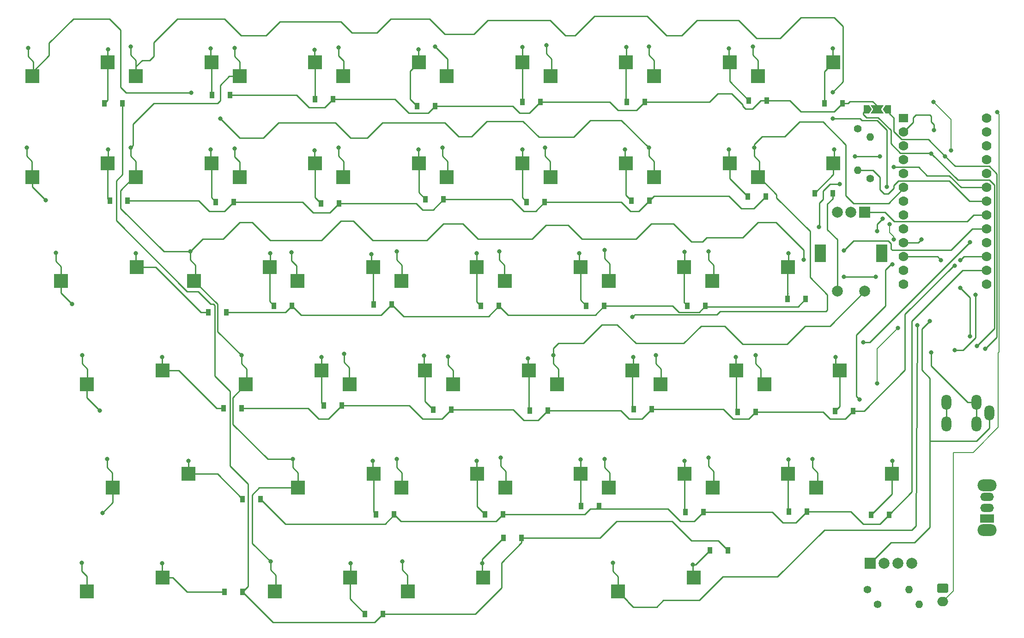
<source format=gbr>
%TF.GenerationSoftware,KiCad,Pcbnew,8.0.4*%
%TF.CreationDate,2024-11-21T13:37:04-07:00*%
%TF.ProjectId,simple_split_MX,73696d70-6c65-45f7-9370-6c69745f4d58,v1.0.0*%
%TF.SameCoordinates,Original*%
%TF.FileFunction,Copper,L2,Bot*%
%TF.FilePolarity,Positive*%
%FSLAX46Y46*%
G04 Gerber Fmt 4.6, Leading zero omitted, Abs format (unit mm)*
G04 Created by KiCad (PCBNEW 8.0.4) date 2024-11-21 13:37:04*
%MOMM*%
%LPD*%
G01*
G04 APERTURE LIST*
G04 Aperture macros list*
%AMRoundRect*
0 Rectangle with rounded corners*
0 $1 Rounding radius*
0 $2 $3 $4 $5 $6 $7 $8 $9 X,Y pos of 4 corners*
0 Add a 4 corners polygon primitive as box body*
4,1,4,$2,$3,$4,$5,$6,$7,$8,$9,$2,$3,0*
0 Add four circle primitives for the rounded corners*
1,1,$1+$1,$2,$3*
1,1,$1+$1,$4,$5*
1,1,$1+$1,$6,$7*
1,1,$1+$1,$8,$9*
0 Add four rect primitives between the rounded corners*
20,1,$1+$1,$2,$3,$4,$5,0*
20,1,$1+$1,$4,$5,$6,$7,0*
20,1,$1+$1,$6,$7,$8,$9,0*
20,1,$1+$1,$8,$9,$2,$3,0*%
%AMFreePoly0*
4,1,7,0.700000,0.000000,1.200000,-0.750000,-1.200000,-0.750000,-0.700000,0.000000,-1.200000,0.750000,1.200000,0.750000,0.700000,0.000000,0.700000,0.000000,$1*%
%AMFreePoly1*
4,1,6,1.000000,0.000000,0.500000,-0.750000,-0.500000,-0.750000,-0.500000,0.750000,0.500000,0.750000,1.000000,0.000000,1.000000,0.000000,$1*%
G04 Aperture macros list end*
%TA.AperFunction,ComponentPad*%
%ADD10C,1.400000*%
%TD*%
%TA.AperFunction,ComponentPad*%
%ADD11O,1.400000X1.400000*%
%TD*%
%TA.AperFunction,SMDPad,CuDef*%
%ADD12R,2.550000X2.500000*%
%TD*%
%TA.AperFunction,ComponentPad*%
%ADD13C,0.800000*%
%TD*%
%TA.AperFunction,SMDPad,CuDef*%
%ADD14R,0.900000X1.200000*%
%TD*%
%TA.AperFunction,ComponentPad*%
%ADD15RoundRect,0.250000X-0.750000X0.600000X-0.750000X-0.600000X0.750000X-0.600000X0.750000X0.600000X0*%
%TD*%
%TA.AperFunction,ComponentPad*%
%ADD16O,2.000000X1.700000*%
%TD*%
%TA.AperFunction,ComponentPad*%
%ADD17R,2.000000X2.000000*%
%TD*%
%TA.AperFunction,ComponentPad*%
%ADD18C,2.000000*%
%TD*%
%TA.AperFunction,ComponentPad*%
%ADD19R,1.778000X1.524000*%
%TD*%
%TA.AperFunction,ComponentPad*%
%ADD20C,1.778000*%
%TD*%
%TA.AperFunction,ComponentPad*%
%ADD21O,3.500000X2.200000*%
%TD*%
%TA.AperFunction,ComponentPad*%
%ADD22R,2.500000X1.500000*%
%TD*%
%TA.AperFunction,ComponentPad*%
%ADD23O,2.500000X1.500000*%
%TD*%
%TA.AperFunction,ComponentPad*%
%ADD24O,1.800000X2.800000*%
%TD*%
%TA.AperFunction,ComponentPad*%
%ADD25R,2.000000X3.200000*%
%TD*%
%TA.AperFunction,SMDPad,CuDef*%
%ADD26FreePoly0,180.000000*%
%TD*%
%TA.AperFunction,SMDPad,CuDef*%
%ADD27FreePoly1,180.000000*%
%TD*%
%TA.AperFunction,SMDPad,CuDef*%
%ADD28FreePoly1,0.000000*%
%TD*%
%TA.AperFunction,ViaPad*%
%ADD29C,0.800000*%
%TD*%
%TA.AperFunction,Conductor*%
%ADD30C,0.250000*%
%TD*%
%TA.AperFunction,Conductor*%
%ADD31C,0.200000*%
%TD*%
G04 APERTURE END LIST*
D10*
%TO.P,R5,1*%
%TO.N,/VCC*%
X268605000Y-192786000D03*
D11*
%TO.P,R5,2*%
%TO.N,/SDA*%
X276225000Y-192786000D03*
%TD*%
D10*
%TO.P,R4,1*%
%TO.N,/VCC*%
X266700000Y-190119000D03*
D11*
%TO.P,R4,2*%
%TO.N,/SCL*%
X274320000Y-190119000D03*
%TD*%
D12*
%TO.P,S33,1,A*%
%TO.N,/F*%
X246617500Y-114432000D03*
%TO.P,S33,2,B*%
%TO.N,Net-(D33-A)*%
X260467500Y-111892000D03*
%TD*%
D10*
%TO.P,R3,1*%
%TO.N,/Rotary_A*%
X267260000Y-114644000D03*
D11*
%TO.P,R3,2*%
%TO.N,/VCC*%
X267260000Y-107024000D03*
%TD*%
D13*
%TO.P,D26,1,K*%
%TO.N,/4*%
X236652000Y-175858000D03*
D14*
X236652000Y-175858000D03*
D13*
%TO.P,D26,2,A*%
%TO.N,Net-(D26-A)*%
X233352000Y-175858000D03*
D14*
X233352000Y-175858000D03*
%TD*%
D13*
%TO.P,D24,1,K*%
%TO.N,/4*%
X199896000Y-176276000D03*
D14*
X199896000Y-176276000D03*
D13*
%TO.P,D24,2,A*%
%TO.N,Net-(D24-A)*%
X196596000Y-176276000D03*
D14*
X196596000Y-176276000D03*
%TD*%
D12*
%TO.P,S31,1,A*%
%TO.N,/C*%
X182435500Y-190432000D03*
%TO.P,S31,2,B*%
%TO.N,Net-(D31-A)*%
X196285500Y-187892000D03*
%TD*%
%TO.P,S8,1,A*%
%TO.N,/A*%
X118880000Y-133432000D03*
%TO.P,S8,2,B*%
%TO.N,Net-(D8-A)*%
X132730000Y-130892000D03*
%TD*%
D13*
%TO.P,D6,1,K*%
%TO.N,/1*%
X226746000Y-118708000D03*
D14*
X226746000Y-118708000D03*
D13*
%TO.P,D6,2,A*%
%TO.N,Net-(D6-A)*%
X223446000Y-118708000D03*
D14*
X223446000Y-118708000D03*
%TD*%
D13*
%TO.P,D33,1,K*%
%TO.N,/5*%
X260349000Y-117348000D03*
D14*
X260349000Y-117348000D03*
D13*
%TO.P,D33,2,A*%
%TO.N,Net-(D33-A)*%
X257049000Y-117348000D03*
D14*
X257049000Y-117348000D03*
%TD*%
D13*
%TO.P,D9,1,K*%
%TO.N,/2*%
X161214000Y-138012000D03*
D14*
X161214000Y-138012000D03*
D13*
%TO.P,D9,2,A*%
%TO.N,Net-(D9-A)*%
X157914000Y-138012000D03*
D14*
X157914000Y-138012000D03*
%TD*%
D13*
%TO.P,D16,1,K*%
%TO.N,/3*%
X170358000Y-156300000D03*
D14*
X170358000Y-156300000D03*
D13*
%TO.P,D16,2,A*%
%TO.N,Net-(D16-A)*%
X167058000Y-156300000D03*
D14*
X167058000Y-156300000D03*
%TD*%
D13*
%TO.P,D10,1,K*%
%TO.N,/2*%
X179502000Y-137758000D03*
D14*
X179502000Y-137758000D03*
D13*
%TO.P,D10,2,A*%
%TO.N,Net-(D10-A)*%
X176202000Y-137758000D03*
D14*
X176202000Y-137758000D03*
%TD*%
D12*
%TO.P,S20,1,A*%
%TO.N,/F*%
X228789000Y-152432000D03*
%TO.P,S20,2,B*%
%TO.N,Net-(D20-A)*%
X242639000Y-149892000D03*
%TD*%
%TO.P,S11,1,A*%
%TO.N,/D*%
X181264000Y-133432000D03*
%TO.P,S11,2,B*%
%TO.N,Net-(D11-A)*%
X195114000Y-130892000D03*
%TD*%
D15*
%TO.P,J2,1,Pin_1*%
%TO.N,Net-(J2-Pin_1)*%
X280475500Y-189848000D03*
D16*
%TO.P,J2,2,Pin_2*%
%TO.N,/Bat-*%
X280475500Y-192348000D03*
%TD*%
D13*
%TO.P,D23,1,K*%
%TO.N,/4*%
X179958000Y-176276000D03*
D14*
X179958000Y-176276000D03*
D13*
%TO.P,D23,2,A*%
%TO.N,Net-(D23-A)*%
X176658000Y-176276000D03*
D14*
X176658000Y-176276000D03*
%TD*%
D13*
%TO.P,D7,1,K*%
%TO.N,/1*%
X248082000Y-117946000D03*
D14*
X248082000Y-117946000D03*
D13*
%TO.P,D7,2,A*%
%TO.N,Net-(D7-A)*%
X244782000Y-117946000D03*
D14*
X244782000Y-117946000D03*
%TD*%
D12*
%TO.P,S6,1,A*%
%TO.N,/F*%
X208617500Y-114432000D03*
%TO.P,S6,2,B*%
%TO.N,Net-(D6-A)*%
X222467500Y-111892000D03*
%TD*%
%TO.P,F3,1,A*%
%TO.N,/C*%
X170617500Y-95880000D03*
%TO.P,F3,2,B*%
%TO.N,Net-(D37-A)*%
X184467500Y-93340000D03*
%TD*%
D17*
%TO.P,U2,1,GND*%
%TO.N,/Bat-*%
X267260000Y-185256000D03*
D18*
%TO.P,U2,2,VCC*%
%TO.N,/VCC*%
X269800000Y-185256000D03*
%TO.P,U2,3,SCL*%
%TO.N,/SCL*%
X272340000Y-185256000D03*
%TO.P,U2,4,SDA*%
%TO.N,/SDA*%
X274880000Y-185256000D03*
%TD*%
D12*
%TO.P,F1,1,A*%
%TO.N,/A*%
X132617500Y-95880000D03*
%TO.P,F1,2,B*%
%TO.N,Net-(D34-A)*%
X146467500Y-93340000D03*
%TD*%
%TO.P,S35,1,A*%
%TO.N,/G*%
X113617500Y-95880000D03*
%TO.P,S35,2,B*%
%TO.N,Net-(D35-A)*%
X127467500Y-93340000D03*
%TD*%
%TO.P,S4,1,A*%
%TO.N,/D*%
X170617500Y-114432000D03*
%TO.P,S4,2,B*%
%TO.N,Net-(D4-A)*%
X184467500Y-111892000D03*
%TD*%
%TO.P,S3,1,A*%
%TO.N,/C*%
X151617500Y-114432000D03*
%TO.P,S3,2,B*%
%TO.N,Net-(D3-A)*%
X165467500Y-111892000D03*
%TD*%
%TO.P,Extra_Function_Key1,1,A*%
%TO.N,/G*%
X246617500Y-95880000D03*
%TO.P,Extra_Function_Key1,2,B*%
%TO.N,Net-(D41-A)*%
X260467500Y-93340000D03*
%TD*%
D13*
%TO.P,D37,1,K*%
%TO.N,/6*%
X187452000Y-101346000D03*
D14*
X187452000Y-101346000D03*
D13*
%TO.P,D37,2,A*%
%TO.N,Net-(D37-A)*%
X184152000Y-101346000D03*
D14*
X184152000Y-101346000D03*
%TD*%
D13*
%TO.P,D15,1,K*%
%TO.N,/3*%
X152000000Y-156808000D03*
D14*
X152000000Y-156808000D03*
D13*
%TO.P,D15,2,A*%
%TO.N,Net-(D15-A)*%
X148700000Y-156808000D03*
D14*
X148700000Y-156808000D03*
%TD*%
D13*
%TO.P,D39,1,K*%
%TO.N,/6*%
X225932000Y-100584000D03*
D14*
X225932000Y-100584000D03*
D13*
%TO.P,D39,2,A*%
%TO.N,Net-(D39-A)*%
X222632000Y-100584000D03*
D14*
X222632000Y-100584000D03*
%TD*%
D12*
%TO.P,F6,1,A*%
%TO.N,/F*%
X227617500Y-95880000D03*
%TO.P,F6,2,B*%
%TO.N,Net-(D40-A)*%
X241467500Y-93340000D03*
%TD*%
%TO.P,S5,1,A*%
%TO.N,/E*%
X189617500Y-114432000D03*
%TO.P,S5,2,B*%
%TO.N,Net-(D5-A)*%
X203467500Y-111892000D03*
%TD*%
D13*
%TO.P,D36,1,K*%
%TO.N,/6*%
X168782000Y-100076000D03*
D14*
X168782000Y-100076000D03*
D13*
%TO.P,D36,2,A*%
%TO.N,Net-(D36-A)*%
X165482000Y-100076000D03*
D14*
X165482000Y-100076000D03*
%TD*%
D13*
%TO.P,D4,1,K*%
%TO.N,/1*%
X189026000Y-118454000D03*
D14*
X189026000Y-118454000D03*
D13*
%TO.P,D4,2,A*%
%TO.N,Net-(D4-A)*%
X185726000Y-118454000D03*
D14*
X185726000Y-118454000D03*
%TD*%
D13*
%TO.P,D5,1,K*%
%TO.N,/1*%
X207568000Y-118962000D03*
D14*
X207568000Y-118962000D03*
D13*
%TO.P,D5,2,A*%
%TO.N,Net-(D5-A)*%
X204268000Y-118962000D03*
D14*
X204268000Y-118962000D03*
%TD*%
D12*
%TO.P,S25,1,A*%
%TO.N,/D*%
X200314000Y-171432000D03*
%TO.P,S25,2,B*%
%TO.N,Net-(D25-A)*%
X214164000Y-168892000D03*
%TD*%
%TO.P,S7,1,A*%
%TO.N,/G*%
X227617500Y-114432000D03*
%TO.P,S7,2,B*%
%TO.N,Net-(D7-A)*%
X241467500Y-111892000D03*
%TD*%
%TO.P,S1,1,A*%
%TO.N,/A*%
X113617500Y-114432000D03*
%TO.P,S1,2,B*%
%TO.N,Net-(D1-A)*%
X127467500Y-111892000D03*
%TD*%
D13*
%TO.P,D30,1,K*%
%TO.N,/5*%
X177926000Y-194564000D03*
D14*
X177926000Y-194564000D03*
D13*
%TO.P,D30,2,A*%
%TO.N,Net-(D30-A)*%
X174626000Y-194564000D03*
D14*
X174626000Y-194564000D03*
%TD*%
D13*
%TO.P,D38,1,K*%
%TO.N,/6*%
X206756000Y-100584000D03*
D14*
X206756000Y-100584000D03*
D13*
%TO.P,D38,2,A*%
%TO.N,Net-(D38-A)*%
X203456000Y-100584000D03*
D14*
X203456000Y-100584000D03*
%TD*%
D12*
%TO.P,F2,1,A*%
%TO.N,/B*%
X151617500Y-95880000D03*
%TO.P,F2,2,B*%
%TO.N,Net-(D36-A)*%
X165467500Y-93340000D03*
%TD*%
D13*
%TO.P,D28,1,K*%
%TO.N,/4*%
X270688000Y-176366000D03*
D14*
X270688000Y-176366000D03*
D13*
%TO.P,D28,2,A*%
%TO.N,Net-(D28-A)*%
X267388000Y-176366000D03*
D14*
X267388000Y-176366000D03*
%TD*%
D12*
%TO.P,S12,1,A*%
%TO.N,/E*%
X200264000Y-133432000D03*
%TO.P,S12,2,B*%
%TO.N,Net-(D12-A)*%
X214114000Y-130892000D03*
%TD*%
%TO.P,S24,1,A*%
%TO.N,/C*%
X181314000Y-171432000D03*
%TO.P,S24,2,B*%
%TO.N,Net-(D24-A)*%
X195164000Y-168892000D03*
%TD*%
D13*
%TO.P,D12,1,K*%
%TO.N,/2*%
X218490000Y-138012000D03*
D14*
X218490000Y-138012000D03*
D13*
%TO.P,D12,2,A*%
%TO.N,Net-(D12-A)*%
X215190000Y-138012000D03*
D14*
X215190000Y-138012000D03*
%TD*%
D19*
%TO.P,U1,0,Bat-*%
%TO.N,Net-(GND2-COM)*%
X273356000Y-103595000D03*
D20*
%TO.P,U1,1,Txd*%
%TO.N,Net-(TXD2-COM)*%
X273356000Y-106135000D03*
%TO.P,U1,2,RXI*%
%TO.N,Net-(RXI2-COM)*%
X273356000Y-108675000D03*
%TO.P,U1,3,GND*%
%TO.N,unconnected-(U1-GND-Pad3)*%
X273356000Y-111215000D03*
%TO.P,U1,4,GND*%
%TO.N,Net-(GND1-COM)*%
X273356000Y-113755000D03*
%TO.P,U1,5,2*%
%TO.N,/F*%
X273356000Y-116295000D03*
%TO.P,U1,6,3*%
%TO.N,/E*%
X273356000Y-118835000D03*
%TO.P,U1,7,4*%
%TO.N,/D*%
X273356000Y-121375000D03*
%TO.P,U1,8,5*%
%TO.N,/C*%
X273356000Y-123915000D03*
%TO.P,U1,9,6*%
%TO.N,Net-(SDA1-COM)*%
X273356000Y-126455000D03*
%TO.P,U1,10,7*%
%TO.N,Net-(SCL1-COM)*%
X273356000Y-128995000D03*
%TO.P,U1,11,8*%
%TO.N,/B*%
X273356000Y-131535000D03*
%TO.P,U1,12,9*%
%TO.N,/A*%
X273356000Y-134075000D03*
%TO.P,U1,13,10*%
%TO.N,/5*%
X288596000Y-134075000D03*
%TO.P,U1,14,16*%
%TO.N,/4*%
X288596000Y-131535000D03*
%TO.P,U1,15,14*%
%TO.N,Net-(P3-COM)*%
X288596000Y-128995000D03*
%TO.P,U1,16,15*%
%TO.N,Net-(P2-COM)*%
X288596000Y-126455000D03*
%TO.P,U1,17,A0*%
%TO.N,/1*%
X288596000Y-123915000D03*
%TO.P,U1,18,A1*%
%TO.N,/Rotary_A*%
X288596000Y-121375000D03*
%TO.P,U1,19,A2*%
%TO.N,/Rotary_B*%
X288596000Y-118835000D03*
%TO.P,U1,20,A3*%
%TO.N,/G*%
X288596000Y-116295000D03*
%TO.P,U1,21,VCC*%
%TO.N,Net-(U1-VCC)*%
X288596000Y-113755000D03*
%TO.P,U1,22,RST*%
%TO.N,unconnected-(U1-RST-Pad22)*%
X288596000Y-111215000D03*
%TO.P,U1,23,GND*%
%TO.N,Net-(RXI1-COM)*%
X288596000Y-108675000D03*
%TO.P,U1,24,Vin*%
%TO.N,Net-(TXD1-COM)*%
X288596000Y-106135000D03*
%TO.P,U1,25,Bat+*%
%TO.N,Net-(Bat+1-COM)*%
X288596000Y-103595000D03*
%TD*%
D13*
%TO.P,D17,1,K*%
%TO.N,/3*%
X190424000Y-157062000D03*
D14*
X190424000Y-157062000D03*
D13*
%TO.P,D17,2,A*%
%TO.N,Net-(D17-A)*%
X187124000Y-157062000D03*
D14*
X187124000Y-157062000D03*
%TD*%
D13*
%TO.P,D34,1,K*%
%TO.N,/6*%
X149860000Y-99314000D03*
D14*
X149860000Y-99314000D03*
D13*
%TO.P,D34,2,A*%
%TO.N,Net-(D34-A)*%
X146560000Y-99314000D03*
D14*
X146560000Y-99314000D03*
%TD*%
D13*
%TO.P,D14,1,K*%
%TO.N,/2*%
X255396000Y-136779000D03*
D14*
X255396000Y-136779000D03*
D13*
%TO.P,D14,2,A*%
%TO.N,Net-(D14-A)*%
X252096000Y-136779000D03*
D14*
X252096000Y-136779000D03*
%TD*%
D13*
%TO.P,D20,1,K*%
%TO.N,/3*%
X246252000Y-157480000D03*
D14*
X246252000Y-157480000D03*
D13*
%TO.P,D20,2,A*%
%TO.N,Net-(D20-A)*%
X242952000Y-157480000D03*
D14*
X242952000Y-157480000D03*
%TD*%
D13*
%TO.P,D25,1,K*%
%TO.N,/4*%
X217550000Y-174752000D03*
D14*
X217550000Y-174752000D03*
D13*
%TO.P,D25,2,A*%
%TO.N,Net-(D25-A)*%
X214250000Y-174752000D03*
D14*
X214250000Y-174752000D03*
%TD*%
D13*
%TO.P,D22,1,K*%
%TO.N,/4*%
X155448000Y-173482000D03*
D14*
X155448000Y-173482000D03*
D13*
%TO.P,D22,2,A*%
%TO.N,Net-(D22-A)*%
X152148000Y-173482000D03*
D14*
X152148000Y-173482000D03*
%TD*%
D12*
%TO.P,S2,1,A*%
%TO.N,/B*%
X132617500Y-114432000D03*
%TO.P,S2,2,B*%
%TO.N,Net-(D2-A)*%
X146467500Y-111892000D03*
%TD*%
D13*
%TO.P,D3,1,K*%
%TO.N,/1*%
X169850000Y-119216000D03*
D14*
X169850000Y-119216000D03*
D13*
%TO.P,D3,2,A*%
%TO.N,Net-(D3-A)*%
X166550000Y-119216000D03*
D14*
X166550000Y-119216000D03*
%TD*%
D12*
%TO.P,S16,1,A*%
%TO.N,/B*%
X152789000Y-152432000D03*
%TO.P,S16,2,B*%
%TO.N,Net-(D16-A)*%
X166639000Y-149892000D03*
%TD*%
%TO.P,S21,1,A*%
%TO.N,/G*%
X247789000Y-152432000D03*
%TO.P,S21,2,B*%
%TO.N,Net-(D21-A)*%
X261639000Y-149892000D03*
%TD*%
%TO.P,S26,1,A*%
%TO.N,/E*%
X219314000Y-171432000D03*
%TO.P,S26,2,B*%
%TO.N,Net-(D26-A)*%
X233164000Y-168892000D03*
%TD*%
D13*
%TO.P,D21,1,K*%
%TO.N,/3*%
X264084000Y-157316000D03*
D14*
X264084000Y-157316000D03*
D13*
%TO.P,D21,2,A*%
%TO.N,Net-(D21-A)*%
X260784000Y-157316000D03*
D14*
X260784000Y-157316000D03*
%TD*%
D12*
%TO.P,S17,1,A*%
%TO.N,/C*%
X171789000Y-152432000D03*
%TO.P,S17,2,B*%
%TO.N,Net-(D17-A)*%
X185639000Y-149892000D03*
%TD*%
%TO.P,S18,1,A*%
%TO.N,/D*%
X190789000Y-152432000D03*
%TO.P,S18,2,B*%
%TO.N,Net-(D18-A)*%
X204639000Y-149892000D03*
%TD*%
D13*
%TO.P,D35,1,K*%
%TO.N,/5*%
X130174000Y-100838000D03*
D14*
X130174000Y-100838000D03*
D13*
%TO.P,D35,2,A*%
%TO.N,Net-(D35-A)*%
X126874000Y-100838000D03*
D14*
X126874000Y-100838000D03*
%TD*%
D12*
%TO.P,S32,1,A*%
%TO.N,/D*%
X220985500Y-190432000D03*
%TO.P,S32,2,B*%
%TO.N,Net-(D32-A)*%
X234835500Y-187892000D03*
%TD*%
%TO.P,S29,1,A*%
%TO.N,/A*%
X123642500Y-190432000D03*
%TO.P,S29,2,B*%
%TO.N,Net-(D29-A)*%
X137492500Y-187892000D03*
%TD*%
D13*
%TO.P,D31,1,K*%
%TO.N,/5*%
X203326000Y-180594000D03*
D14*
X203326000Y-180594000D03*
D13*
%TO.P,D31,2,A*%
%TO.N,Net-(D31-A)*%
X200026000Y-180594000D03*
D14*
X200026000Y-180594000D03*
%TD*%
D12*
%TO.P,S23,1,A*%
%TO.N,/B*%
X162314000Y-171432000D03*
%TO.P,S23,2,B*%
%TO.N,Net-(D23-A)*%
X176164000Y-168892000D03*
%TD*%
D13*
%TO.P,D11,1,K*%
%TO.N,/2*%
X199186000Y-138012000D03*
D14*
X199186000Y-138012000D03*
D13*
%TO.P,D11,2,A*%
%TO.N,Net-(D11-A)*%
X195886000Y-138012000D03*
D14*
X195886000Y-138012000D03*
%TD*%
D13*
%TO.P,D40,1,K*%
%TO.N,/6*%
X248284000Y-100330000D03*
D14*
X248284000Y-100330000D03*
D13*
%TO.P,D40,2,A*%
%TO.N,Net-(D40-A)*%
X244984000Y-100330000D03*
D14*
X244984000Y-100330000D03*
%TD*%
D12*
%TO.P,F5,1,A*%
%TO.N,/E*%
X208617500Y-95880000D03*
%TO.P,F5,2,B*%
%TO.N,Net-(D39-A)*%
X222467500Y-93340000D03*
%TD*%
%TO.P,S14,1,A*%
%TO.N,/G*%
X238264000Y-133432000D03*
%TO.P,S14,2,B*%
%TO.N,Net-(D14-A)*%
X252114000Y-130892000D03*
%TD*%
D13*
%TO.P,D32,1,K*%
%TO.N,/5*%
X241172000Y-182880000D03*
D14*
X241172000Y-182880000D03*
D13*
%TO.P,D32,2,A*%
%TO.N,Net-(D32-A)*%
X237872000Y-182880000D03*
D14*
X237872000Y-182880000D03*
%TD*%
D21*
%TO.P,SW1,*%
%TO.N,*%
X288628000Y-179196000D03*
X288628000Y-170996000D03*
D22*
%TO.P,SW1,1,B*%
%TO.N,Net-(J2-Pin_1)*%
X288628000Y-177096000D03*
D23*
%TO.P,SW1,2,C*%
%TO.N,/Bat+*%
X288628000Y-175096000D03*
%TO.P,SW1,3,A*%
%TO.N,unconnected-(SW1-A-Pad3)*%
X288628000Y-173096000D03*
%TD*%
D13*
%TO.P,D2,1,K*%
%TO.N,/1*%
X150546000Y-118962000D03*
D14*
X150546000Y-118962000D03*
D13*
%TO.P,D2,2,A*%
%TO.N,Net-(D2-A)*%
X147246000Y-118962000D03*
D14*
X147246000Y-118962000D03*
%TD*%
D24*
%TO.P,J1,R*%
%TO.N,Net-(COM_SELECT1-COM)*%
X281194000Y-155724000D03*
X281194000Y-159724000D03*
%TO.P,J1,S*%
%TO.N,/Bat-*%
X289094000Y-157724000D03*
%TO.P,J1,T*%
%TO.N,/VCC*%
X286694000Y-155724000D03*
X286694000Y-159724000D03*
%TD*%
D13*
%TO.P,D27,1,K*%
%TO.N,/4*%
X255650000Y-175768000D03*
D14*
X255650000Y-175768000D03*
D13*
%TO.P,D27,2,A*%
%TO.N,Net-(D27-A)*%
X252350000Y-175768000D03*
D14*
X252350000Y-175768000D03*
%TD*%
D12*
%TO.P,S27,1,A*%
%TO.N,/F*%
X238314000Y-171432000D03*
%TO.P,S27,2,B*%
%TO.N,Net-(D27-A)*%
X252164000Y-168892000D03*
%TD*%
D17*
%TO.P,R1,A,A*%
%TO.N,/Rotary_A*%
X266204000Y-120856000D03*
D18*
%TO.P,R1,B,B*%
%TO.N,/Rotary_B*%
X261204000Y-120856000D03*
%TO.P,R1,C,C*%
%TO.N,/Bat-*%
X263704000Y-120856000D03*
D25*
%TO.P,R1,MP*%
%TO.N,N/C*%
X269304000Y-128356000D03*
X258104000Y-128356000D03*
D18*
%TO.P,R1,S1,S1*%
%TO.N,/5*%
X261204000Y-135356000D03*
%TO.P,R1,S2,S2*%
%TO.N,/E*%
X266204000Y-135356000D03*
%TD*%
D12*
%TO.P,S28,1,A*%
%TO.N,/G*%
X257314000Y-171432000D03*
%TO.P,S28,2,B*%
%TO.N,Net-(D28-A)*%
X271164000Y-168892000D03*
%TD*%
D13*
%TO.P,D29,1,K*%
%TO.N,/5*%
X152150000Y-190500000D03*
D14*
X152150000Y-190500000D03*
D13*
%TO.P,D29,2,A*%
%TO.N,Net-(D29-A)*%
X148850000Y-190500000D03*
D14*
X148850000Y-190500000D03*
%TD*%
D13*
%TO.P,D13,1,K*%
%TO.N,/2*%
X237032000Y-138012000D03*
D14*
X237032000Y-138012000D03*
D13*
%TO.P,D13,2,A*%
%TO.N,Net-(D13-A)*%
X233732000Y-138012000D03*
D14*
X233732000Y-138012000D03*
%TD*%
D12*
%TO.P,S15,1,A*%
%TO.N,/A*%
X123642500Y-152432000D03*
%TO.P,S15,2,B*%
%TO.N,Net-(D15-A)*%
X137492500Y-149892000D03*
%TD*%
%TO.P,S22,1,A*%
%TO.N,/A*%
X128405000Y-171432000D03*
%TO.P,S22,2,B*%
%TO.N,Net-(D22-A)*%
X142255000Y-168892000D03*
%TD*%
D13*
%TO.P,D19,1,K*%
%TO.N,/3*%
X227202000Y-156972000D03*
D14*
X227202000Y-156972000D03*
D13*
%TO.P,D19,2,A*%
%TO.N,Net-(D19-A)*%
X223902000Y-156972000D03*
D14*
X223902000Y-156972000D03*
%TD*%
D12*
%TO.P,S19,1,A*%
%TO.N,/E*%
X209789000Y-152432000D03*
%TO.P,S19,2,B*%
%TO.N,Net-(D19-A)*%
X223639000Y-149892000D03*
%TD*%
%TO.P,S9,1,A*%
%TO.N,/B*%
X143264000Y-133432000D03*
%TO.P,S9,2,B*%
%TO.N,Net-(D9-A)*%
X157114000Y-130892000D03*
%TD*%
%TO.P,F4,1,A*%
%TO.N,/D*%
X189617500Y-95880000D03*
%TO.P,F4,2,B*%
%TO.N,Net-(D38-A)*%
X203467500Y-93340000D03*
%TD*%
D13*
%TO.P,D18,1,K*%
%TO.N,/3*%
X208152000Y-157226000D03*
D14*
X208152000Y-157226000D03*
D13*
%TO.P,D18,2,A*%
%TO.N,Net-(D18-A)*%
X204852000Y-157226000D03*
D14*
X204852000Y-157226000D03*
%TD*%
D12*
%TO.P,S13,1,A*%
%TO.N,/F*%
X219264000Y-133432000D03*
%TO.P,S13,2,B*%
%TO.N,Net-(D13-A)*%
X233114000Y-130892000D03*
%TD*%
D13*
%TO.P,D1,1,K*%
%TO.N,/1*%
X131116000Y-118708000D03*
D14*
X131116000Y-118708000D03*
D13*
%TO.P,D1,2,A*%
%TO.N,Net-(D1-A)*%
X127816000Y-118708000D03*
D14*
X127816000Y-118708000D03*
%TD*%
D13*
%TO.P,D8,1,K*%
%TO.N,/2*%
X149224000Y-139192000D03*
D14*
X149224000Y-139192000D03*
D13*
%TO.P,D8,2,A*%
%TO.N,Net-(D8-A)*%
X145924000Y-139192000D03*
D14*
X145924000Y-139192000D03*
%TD*%
D13*
%TO.P,D41,1,K*%
%TO.N,/6*%
X262128000Y-100838000D03*
D14*
X262128000Y-100838000D03*
D13*
%TO.P,D41,2,A*%
%TO.N,Net-(D41-A)*%
X258828000Y-100838000D03*
D14*
X258828000Y-100838000D03*
%TD*%
D10*
%TO.P,R2,1*%
%TO.N,/VCC*%
X264974000Y-105500000D03*
D11*
%TO.P,R2,2*%
%TO.N,/Rotary_B*%
X264974000Y-113120000D03*
%TD*%
D12*
%TO.P,S10,1,A*%
%TO.N,/C*%
X162264000Y-133432000D03*
%TO.P,S10,2,B*%
%TO.N,Net-(D10-A)*%
X176114000Y-130892000D03*
%TD*%
%TO.P,S30,1,A*%
%TO.N,/B*%
X158051500Y-190432000D03*
%TO.P,S30,2,B*%
%TO.N,Net-(D30-A)*%
X171901500Y-187892000D03*
%TD*%
D26*
%TO.P,ExtraButtonsSelect1,1,COM*%
%TO.N,/6*%
X268510000Y-102000000D03*
D27*
%TO.P,ExtraButtonsSelect1,2,L*%
%TO.N,/TXD*%
X270510000Y-102000000D03*
D28*
%TO.P,ExtraButtonsSelect1,3,R*%
%TO.N,/RXI*%
X266510000Y-102000000D03*
%TD*%
D29*
%TO.N,Net-(D1-A)*%
X127548500Y-109352000D03*
%TO.N,Net-(D2-A)*%
X146344500Y-109352000D03*
%TO.N,Net-(D3-A)*%
X165394500Y-109485250D03*
%TO.N,Net-(D4-A)*%
X184444500Y-109352000D03*
%TO.N,Net-(D5-A)*%
X203494500Y-109352000D03*
%TO.N,Net-(D6-A)*%
X222290500Y-109352000D03*
%TO.N,Net-(D7-A)*%
X241340500Y-109352000D03*
%TO.N,Net-(D8-A)*%
X132628500Y-128402000D03*
%TO.N,Net-(D9-A)*%
X157266500Y-128402000D03*
%TO.N,Net-(D10-A)*%
X175808500Y-128535250D03*
%TO.N,Net-(D11-A)*%
X195112500Y-128402000D03*
%TO.N,Net-(D12-A)*%
X213908500Y-128402000D03*
%TO.N,Net-(D13-A)*%
X233212500Y-128148000D03*
%TO.N,Net-(D14-A)*%
X252262500Y-128402000D03*
%TO.N,Net-(D15-A)*%
X137454500Y-147452000D03*
%TO.N,Net-(D16-A)*%
X166664500Y-147452000D03*
%TO.N,Net-(D17-A)*%
X185460500Y-147198000D03*
%TO.N,Net-(D18-A)*%
X204510500Y-147706000D03*
%TO.N,Net-(D19-A)*%
X223814500Y-147452000D03*
%TO.N,Net-(D20-A)*%
X242610500Y-147452000D03*
%TO.N,Net-(D21-A)*%
X260898500Y-147452000D03*
%TO.N,Net-(D22-A)*%
X142280500Y-166502000D03*
%TO.N,Net-(D23-A)*%
X176062500Y-166502000D03*
%TO.N,Net-(D24-A)*%
X195112500Y-166502000D03*
%TO.N,Net-(D25-A)*%
X214162500Y-166248000D03*
%TO.N,Net-(D26-A)*%
X233212500Y-166502000D03*
%TO.N,Net-(D27-A)*%
X252262500Y-166248000D03*
%TO.N,Net-(D28-A)*%
X271312500Y-166502000D03*
%TO.N,Net-(D29-A)*%
X137454500Y-185298000D03*
%TO.N,Net-(D30-A)*%
X171998500Y-185298000D03*
%TO.N,Net-(D31-A)*%
X196128500Y-185298000D03*
%TO.N,Net-(D32-A)*%
X234736500Y-185552000D03*
%TO.N,/1*%
X262434000Y-127852000D03*
%TO.N,/2*%
X265990000Y-144744000D03*
X285548000Y-126328000D03*
%TO.N,/3*%
X282754000Y-130646000D03*
%TO.N,/E*%
X199191500Y-128071500D03*
X218495500Y-166171500D03*
X209097500Y-147121500D03*
X188777500Y-109021500D03*
X207827500Y-90225500D03*
%TO.N,/A*%
X269546000Y-122010000D03*
X270308000Y-116168000D03*
X260350000Y-98806000D03*
X116078000Y-118618000D03*
X127309500Y-166171500D03*
X125984000Y-157226000D03*
X126492000Y-176022000D03*
X122737500Y-147121500D03*
X268530000Y-124296000D03*
X117911500Y-128325500D03*
X131627500Y-90479500D03*
X122682000Y-185166000D03*
X112577500Y-109021500D03*
X120904000Y-137668000D03*
X260350000Y-103632000D03*
%TO.N,/B*%
X151947500Y-147121500D03*
X142549500Y-128071500D03*
X150677500Y-90733500D03*
X161345500Y-166171500D03*
X262434000Y-132678000D03*
X255016000Y-129540000D03*
X268276000Y-132678000D03*
X157281500Y-184967500D03*
X131627500Y-109021500D03*
%TO.N,/C*%
X150677500Y-109154750D03*
X169727500Y-90612750D03*
X170743500Y-146867500D03*
X271324000Y-130392000D03*
X161091500Y-128204750D03*
X181411500Y-184967500D03*
X265303000Y-155194000D03*
X180395500Y-166171500D03*
%TO.N,/D*%
X275896000Y-141568000D03*
X187452000Y-90424000D03*
X189793500Y-147375500D03*
X220019500Y-185221500D03*
X180395500Y-128071500D03*
X169727500Y-109021500D03*
X199445500Y-165917500D03*
%TO.N,/F*%
X207573500Y-109021500D03*
X226623500Y-90479500D03*
X223647000Y-140081000D03*
X237545500Y-165917500D03*
X218495500Y-127817500D03*
X227893500Y-147121500D03*
X245927500Y-109021500D03*
%TO.N,/G*%
X148082000Y-103632000D03*
X264466000Y-110580000D03*
X246181500Y-147121500D03*
X257862000Y-123534000D03*
X245673500Y-90479500D03*
X112831500Y-90733500D03*
X261620000Y-115697000D03*
X269038000Y-110580000D03*
X142748000Y-98933000D03*
X271500000Y-112541000D03*
X256595500Y-166171500D03*
X226623500Y-109021500D03*
X237545500Y-128071500D03*
%TO.N,/Bat+*%
X268530000Y-152236000D03*
X272340000Y-142076000D03*
X270816000Y-123026000D03*
X271578000Y-125820000D03*
X278840500Y-100659500D03*
X282000000Y-109500000D03*
%TO.N,/VCC*%
X278384000Y-146558000D03*
%TO.N,/TXD*%
X288342000Y-145886000D03*
X280976000Y-110580000D03*
%TO.N,/RXI*%
X286818000Y-145378000D03*
X278436000Y-110072000D03*
%TO.N,/Bat-*%
X278182000Y-140806000D03*
X290500000Y-102500000D03*
%TO.N,Net-(TXD2-COM)*%
X278944000Y-105754000D03*
%TO.N,Net-(D33-A)*%
X260644500Y-109352000D03*
%TO.N,/SDA*%
X282754000Y-146140000D03*
X286564000Y-135980000D03*
%TO.N,/SCL*%
X283770000Y-134710000D03*
X285548000Y-143600000D03*
%TO.N,Net-(P3-COM)*%
X283770000Y-129630000D03*
%TO.N,Net-(SCL1-COM)*%
X280214000Y-129630000D03*
%TO.N,Net-(SDA1-COM)*%
X276658000Y-125820000D03*
%TO.N,Net-(D35-A)*%
X127508000Y-90932000D03*
%TO.N,Net-(D34-A)*%
X146344500Y-90810000D03*
%TO.N,Net-(D36-A)*%
X165394500Y-91064000D03*
%TO.N,Net-(D37-A)*%
X184444500Y-90943250D03*
%TO.N,Net-(D38-A)*%
X203494500Y-90556000D03*
%TO.N,Net-(D39-A)*%
X222544500Y-90556000D03*
%TO.N,Net-(D40-A)*%
X241340500Y-90810000D03*
%TO.N,Net-(D41-A)*%
X260390500Y-90810000D03*
%TD*%
D30*
%TO.N,Net-(D1-A)*%
X127467500Y-111892000D02*
X127467500Y-118359500D01*
X127467500Y-118359500D02*
X127816000Y-118708000D01*
X127508000Y-109392500D02*
X127548500Y-109352000D01*
X127508000Y-111760000D02*
X127508000Y-109392500D01*
%TO.N,Net-(D2-A)*%
X146304000Y-109392500D02*
X146344500Y-109352000D01*
X146467500Y-118183500D02*
X147246000Y-118962000D01*
X146467500Y-111892000D02*
X146467500Y-118183500D01*
X146304000Y-111760000D02*
X146304000Y-109392500D01*
%TO.N,Net-(D3-A)*%
X165354000Y-109525750D02*
X165394500Y-109485250D01*
X165354000Y-111893250D02*
X165354000Y-109525750D01*
X165467500Y-118133500D02*
X166550000Y-119216000D01*
X165467500Y-111892000D02*
X165467500Y-118133500D01*
%TO.N,Net-(D4-A)*%
X184467500Y-117195500D02*
X185726000Y-118454000D01*
X184404000Y-111760000D02*
X184404000Y-109392500D01*
X184467500Y-111892000D02*
X184467500Y-117195500D01*
X184404000Y-109392500D02*
X184444500Y-109352000D01*
%TO.N,Net-(D5-A)*%
X203467500Y-111892000D02*
X203467500Y-118161500D01*
X203454000Y-109392500D02*
X203494500Y-109352000D01*
X203467500Y-118161500D02*
X204268000Y-118962000D01*
X203454000Y-111760000D02*
X203454000Y-109392500D01*
%TO.N,Net-(D6-A)*%
X222250000Y-111760000D02*
X222250000Y-109392500D01*
X222467500Y-117729500D02*
X223446000Y-118708000D01*
X222250000Y-109392500D02*
X222290500Y-109352000D01*
X222467500Y-111892000D02*
X222467500Y-117729500D01*
%TO.N,Net-(D7-A)*%
X241300000Y-111760000D02*
X241300000Y-109392500D01*
X241300000Y-109392500D02*
X241340500Y-109352000D01*
X241467500Y-111892000D02*
X241467500Y-114631500D01*
X241467500Y-114631500D02*
X244782000Y-117946000D01*
%TO.N,Net-(D8-A)*%
X144526000Y-139192000D02*
X145924000Y-139192000D01*
X136226000Y-130892000D02*
X144526000Y-139192000D01*
X132730000Y-130892000D02*
X136226000Y-130892000D01*
X132588000Y-130810000D02*
X132588000Y-128442500D01*
X132588000Y-128442500D02*
X132628500Y-128402000D01*
%TO.N,Net-(D9-A)*%
X157114000Y-130892000D02*
X157114000Y-137212000D01*
X157226000Y-130810000D02*
X157226000Y-128442500D01*
X157226000Y-128442500D02*
X157266500Y-128402000D01*
X157114000Y-137212000D02*
X157914000Y-138012000D01*
%TO.N,Net-(D10-A)*%
X175768000Y-130943250D02*
X175768000Y-128575750D01*
X175768000Y-128575750D02*
X175808500Y-128535250D01*
X176114000Y-130892000D02*
X176114000Y-137670000D01*
X176114000Y-137670000D02*
X176202000Y-137758000D01*
%TO.N,Net-(D11-A)*%
X195072000Y-130810000D02*
X195072000Y-128442500D01*
X195114000Y-137240000D02*
X195886000Y-138012000D01*
X195072000Y-128442500D02*
X195112500Y-128402000D01*
X195114000Y-130892000D02*
X195114000Y-137240000D01*
%TO.N,Net-(D12-A)*%
X214114000Y-136936000D02*
X215190000Y-138012000D01*
X213868000Y-130810000D02*
X213868000Y-128442500D01*
X213868000Y-128442500D02*
X213908500Y-128402000D01*
X214114000Y-130892000D02*
X214114000Y-136936000D01*
%TO.N,Net-(D13-A)*%
X233172000Y-128188500D02*
X233212500Y-128148000D01*
X233172000Y-130556000D02*
X233172000Y-128188500D01*
X233114000Y-130892000D02*
X233114000Y-137394000D01*
X233114000Y-137394000D02*
X233732000Y-138012000D01*
%TO.N,Net-(D14-A)*%
X252222000Y-130810000D02*
X252222000Y-128442500D01*
X252096000Y-130910000D02*
X252096000Y-135763000D01*
X252222000Y-128442500D02*
X252262500Y-128402000D01*
X252114000Y-135781000D02*
X252096000Y-135799000D01*
X252096000Y-135763000D02*
X252114000Y-135781000D01*
X252096000Y-135799000D02*
X252096000Y-136779000D01*
X252114000Y-130892000D02*
X252096000Y-130910000D01*
%TO.N,Net-(D15-A)*%
X140494000Y-149892000D02*
X147410000Y-156808000D01*
X137414000Y-147492500D02*
X137454500Y-147452000D01*
X137492500Y-149892000D02*
X140494000Y-149892000D01*
X137414000Y-149860000D02*
X137414000Y-147492500D01*
X147410000Y-156808000D02*
X148700000Y-156808000D01*
%TO.N,Net-(D16-A)*%
X166624000Y-147492500D02*
X166664500Y-147452000D01*
X166624000Y-149860000D02*
X166624000Y-147492500D01*
X166639000Y-149892000D02*
X166639000Y-155881000D01*
X166639000Y-155881000D02*
X167058000Y-156300000D01*
%TO.N,Net-(D17-A)*%
X185639000Y-149892000D02*
X185639000Y-155577000D01*
X185420000Y-149606000D02*
X185420000Y-147238500D01*
X185420000Y-147238500D02*
X185460500Y-147198000D01*
X185639000Y-155577000D02*
X187124000Y-157062000D01*
%TO.N,Net-(D18-A)*%
X204470000Y-150114000D02*
X204470000Y-147746500D01*
X204470000Y-147746500D02*
X204510500Y-147706000D01*
X204639000Y-149892000D02*
X204639000Y-157013000D01*
X204639000Y-157013000D02*
X204852000Y-157226000D01*
%TO.N,Net-(D19-A)*%
X223639000Y-156709000D02*
X223902000Y-156972000D01*
X223774000Y-147492500D02*
X223814500Y-147452000D01*
X223639000Y-149892000D02*
X223639000Y-156709000D01*
X223774000Y-149860000D02*
X223774000Y-147492500D01*
%TO.N,Net-(D20-A)*%
X242570000Y-149860000D02*
X242570000Y-147492500D01*
X242570000Y-147492500D02*
X242610500Y-147452000D01*
X242639000Y-157167000D02*
X242952000Y-157480000D01*
X242639000Y-149892000D02*
X242639000Y-157167000D01*
%TO.N,Net-(D21-A)*%
X261639000Y-149892000D02*
X261639000Y-156461000D01*
X260858000Y-147492500D02*
X260898500Y-147452000D01*
X261639000Y-156461000D02*
X260784000Y-157316000D01*
X260858000Y-149860000D02*
X260858000Y-147492500D01*
%TO.N,Net-(D22-A)*%
X142240000Y-166542500D02*
X142280500Y-166502000D01*
X142240000Y-168910000D02*
X142240000Y-166542500D01*
X147558000Y-168892000D02*
X152148000Y-173482000D01*
X142255000Y-168892000D02*
X147558000Y-168892000D01*
%TO.N,Net-(D23-A)*%
X176164000Y-168892000D02*
X176164000Y-175782000D01*
X176022000Y-166542500D02*
X176062500Y-166502000D01*
X176164000Y-175782000D02*
X176658000Y-176276000D01*
X176022000Y-168910000D02*
X176022000Y-166542500D01*
%TO.N,Net-(D24-A)*%
X195164000Y-168892000D02*
X195164000Y-174844000D01*
X195072000Y-166542500D02*
X195112500Y-166502000D01*
X195072000Y-168910000D02*
X195072000Y-166542500D01*
X195164000Y-174844000D02*
X196596000Y-176276000D01*
%TO.N,Net-(D25-A)*%
X214122000Y-166288500D02*
X214162500Y-166248000D01*
X214164000Y-168892000D02*
X214164000Y-174838000D01*
X214122000Y-168656000D02*
X214122000Y-166288500D01*
%TO.N,Net-(D26-A)*%
X233172000Y-166542500D02*
X233212500Y-166502000D01*
X233164000Y-168892000D02*
X233164000Y-175670000D01*
X233172000Y-168910000D02*
X233172000Y-166542500D01*
X233164000Y-175670000D02*
X233352000Y-175858000D01*
%TO.N,Net-(D27-A)*%
X252222000Y-166288500D02*
X252262500Y-166248000D01*
X252164000Y-168892000D02*
X252164000Y-175582000D01*
X252222000Y-168656000D02*
X252222000Y-166288500D01*
X252164000Y-175582000D02*
X252350000Y-175768000D01*
%TO.N,Net-(D28-A)*%
X271164000Y-172590000D02*
X267388000Y-176366000D01*
X271272000Y-168910000D02*
X271272000Y-166542500D01*
X271272000Y-166542500D02*
X271312500Y-166502000D01*
X271164000Y-168892000D02*
X271164000Y-172590000D01*
%TO.N,Net-(D29-A)*%
X139378000Y-187892000D02*
X141986000Y-190500000D01*
X137414000Y-185338500D02*
X137454500Y-185298000D01*
X137492500Y-187892000D02*
X139378000Y-187892000D01*
X141986000Y-190500000D02*
X148850000Y-190500000D01*
X137414000Y-187706000D02*
X137414000Y-185338500D01*
%TO.N,Net-(D30-A)*%
X171901500Y-187892000D02*
X171901500Y-191839500D01*
X171958000Y-185338500D02*
X171998500Y-185298000D01*
X171901500Y-191839500D02*
X174626000Y-194564000D01*
X171958000Y-187706000D02*
X171958000Y-185338500D01*
%TO.N,Net-(D31-A)*%
X196128500Y-185298000D02*
X196128500Y-184491500D01*
X196128500Y-184491500D02*
X200026000Y-180594000D01*
X196088000Y-187706000D02*
X196088000Y-185338500D01*
X196088000Y-185338500D02*
X196128500Y-185298000D01*
%TO.N,Net-(D32-A)*%
X234696000Y-187960000D02*
X234696000Y-185592500D01*
X234736500Y-185552000D02*
X235200000Y-185552000D01*
X234696000Y-185592500D02*
X234736500Y-185552000D01*
X235200000Y-185552000D02*
X237872000Y-182880000D01*
%TO.N,/1*%
X282063000Y-127781000D02*
X271253000Y-127781000D01*
X205880000Y-120650000D02*
X207568000Y-118962000D01*
X241300000Y-117856000D02*
X243586000Y-120142000D01*
X146050000Y-120650000D02*
X148858000Y-120650000D01*
X169850000Y-119216000D02*
X183986000Y-119216000D01*
X226746000Y-118708000D02*
X227598000Y-117856000D01*
X187084000Y-120396000D02*
X189026000Y-118454000D01*
X203708000Y-120650000D02*
X205880000Y-120650000D01*
X185166000Y-120396000D02*
X187084000Y-120396000D01*
X246126000Y-119888000D02*
X246140000Y-119888000D01*
X148858000Y-120650000D02*
X150546000Y-118962000D01*
X224804000Y-120650000D02*
X226746000Y-118708000D01*
X201512000Y-118454000D02*
X203708000Y-120650000D01*
X271070000Y-127598000D02*
X271070000Y-126582000D01*
X221578000Y-118962000D02*
X223266000Y-120650000D01*
X131116000Y-118708000D02*
X144108000Y-118708000D01*
X285929000Y-123915000D02*
X282063000Y-127781000D01*
X223266000Y-120650000D02*
X224804000Y-120650000D01*
X271070000Y-126582000D02*
X270562000Y-126074000D01*
X245872000Y-120142000D02*
X246126000Y-119888000D01*
X163158000Y-118962000D02*
X165100000Y-120904000D01*
X189026000Y-118454000D02*
X201512000Y-118454000D01*
X207568000Y-118962000D02*
X221578000Y-118962000D01*
X227598000Y-117856000D02*
X241300000Y-117856000D01*
X183986000Y-119216000D02*
X185166000Y-120396000D01*
X168162000Y-120904000D02*
X169850000Y-119216000D01*
X287834000Y-123915000D02*
X285929000Y-123915000D01*
X246140000Y-119888000D02*
X248082000Y-117946000D01*
X243586000Y-120142000D02*
X245872000Y-120142000D01*
X264212000Y-126074000D02*
X262434000Y-127852000D01*
X144108000Y-118708000D02*
X146050000Y-120650000D01*
X270562000Y-126074000D02*
X264212000Y-126074000D01*
X150546000Y-118962000D02*
X163158000Y-118962000D01*
X165100000Y-120904000D02*
X168162000Y-120904000D01*
X271253000Y-127781000D02*
X271070000Y-127598000D01*
%TO.N,/2*%
X237196000Y-138176000D02*
X253999000Y-138176000D01*
X231013000Y-138049000D02*
X218527000Y-138049000D01*
X218490000Y-138012000D02*
X216802000Y-139700000D01*
X267132000Y-144744000D02*
X285548000Y-126328000D01*
X253999000Y-138176000D02*
X255396000Y-136779000D01*
X232156000Y-139192000D02*
X231013000Y-138049000D01*
X235852000Y-139192000D02*
X232156000Y-139192000D01*
X197244000Y-139954000D02*
X181698000Y-139954000D01*
X265990000Y-144744000D02*
X267132000Y-144744000D01*
X179502000Y-137758000D02*
X177560000Y-139700000D01*
X200874000Y-139700000D02*
X199186000Y-138012000D01*
X160034000Y-139192000D02*
X149224000Y-139192000D01*
X199186000Y-138012000D02*
X197244000Y-139954000D01*
X216802000Y-139700000D02*
X200874000Y-139700000D01*
X161214000Y-138012000D02*
X160034000Y-139192000D01*
X237032000Y-138012000D02*
X235852000Y-139192000D01*
X218527000Y-138049000D02*
X218490000Y-138012000D01*
X162902000Y-139700000D02*
X161214000Y-138012000D01*
X181698000Y-139954000D02*
X179502000Y-137758000D01*
X177560000Y-139700000D02*
X162902000Y-139700000D01*
X237032000Y-138012000D02*
X237196000Y-138176000D01*
%TO.N,/3*%
X190424000Y-157062000D02*
X201766000Y-157062000D01*
X244982000Y-158750000D02*
X246252000Y-157480000D01*
X221488000Y-157226000D02*
X223012000Y-158750000D01*
X152000000Y-156808000D02*
X164174000Y-156808000D01*
X262650000Y-158750000D02*
X264084000Y-157316000D01*
X242062000Y-158750000D02*
X244982000Y-158750000D01*
X266102000Y-157316000D02*
X273610000Y-149808000D01*
X225424000Y-158750000D02*
X227202000Y-156972000D01*
X170358000Y-156300000D02*
X182716000Y-156300000D01*
X264084000Y-157316000D02*
X266102000Y-157316000D01*
X208152000Y-157226000D02*
X221488000Y-157226000D01*
X206374000Y-159004000D02*
X208152000Y-157226000D01*
X223012000Y-158750000D02*
X225424000Y-158750000D01*
X167908000Y-158750000D02*
X170358000Y-156300000D01*
X203708000Y-159004000D02*
X206374000Y-159004000D01*
X240284000Y-156972000D02*
X242062000Y-158750000D01*
X273610000Y-149808000D02*
X273610000Y-139545500D01*
X182716000Y-156300000D02*
X185166000Y-158750000D01*
X188736000Y-158750000D02*
X190424000Y-157062000D01*
X258572000Y-157480000D02*
X259842000Y-158750000D01*
X273610000Y-139545500D02*
X282509500Y-130646000D01*
X164174000Y-156808000D02*
X166116000Y-158750000D01*
X227202000Y-156972000D02*
X240284000Y-156972000D01*
X201766000Y-157062000D02*
X203708000Y-159004000D01*
X166116000Y-158750000D02*
X167908000Y-158750000D01*
X185166000Y-158750000D02*
X188736000Y-158750000D01*
X259842000Y-158750000D02*
X262650000Y-158750000D01*
X282509500Y-130646000D02*
X282754000Y-130646000D01*
X246252000Y-157480000D02*
X258572000Y-157480000D01*
%TO.N,/4*%
X199896000Y-176276000D02*
X199896000Y-176278000D01*
X217042000Y-175260000D02*
X215900000Y-175260000D01*
X232410000Y-177546000D02*
X230124000Y-175260000D01*
X263652000Y-175768000D02*
X265938000Y-178054000D01*
X179958000Y-176404000D02*
X178308000Y-178054000D01*
X236652000Y-175858000D02*
X249264000Y-175858000D01*
X215900000Y-175260000D02*
X214884000Y-176276000D01*
X181228000Y-177546000D02*
X179958000Y-176276000D01*
X269000000Y-178054000D02*
X270688000Y-176366000D01*
X217550000Y-174752000D02*
X217042000Y-175260000D01*
X178308000Y-178054000D02*
X160020000Y-178054000D01*
X199896000Y-176278000D02*
X198628000Y-177546000D01*
X287834000Y-131535000D02*
X284160500Y-131535000D01*
X249264000Y-175858000D02*
X251206000Y-177800000D01*
X198628000Y-177546000D02*
X181228000Y-177546000D01*
X253618000Y-177800000D02*
X255650000Y-175768000D01*
X284160500Y-131535000D02*
X274880000Y-140815500D01*
X234964000Y-177546000D02*
X232410000Y-177546000D01*
X274880000Y-172174000D02*
X270688000Y-176366000D01*
X274880000Y-140815500D02*
X274880000Y-172174000D01*
X236652000Y-175858000D02*
X234964000Y-177546000D01*
X265938000Y-178054000D02*
X269000000Y-178054000D01*
X179958000Y-176276000D02*
X179958000Y-176404000D01*
X255650000Y-175768000D02*
X263652000Y-175768000D01*
X251206000Y-177800000D02*
X253618000Y-177800000D01*
X230124000Y-175260000D02*
X217042000Y-175260000D01*
X160020000Y-178054000D02*
X155448000Y-173482000D01*
X214884000Y-176276000D02*
X199896000Y-176276000D01*
%TO.N,/5*%
X194818000Y-194564000D02*
X199644000Y-189738000D01*
X149860000Y-167386000D02*
X153162000Y-170688000D01*
X261204000Y-135356000D02*
X261204000Y-125860000D01*
X142039000Y-135382000D02*
X144018000Y-135382000D01*
X177926000Y-194564000D02*
X194818000Y-194564000D01*
X259386000Y-124042000D02*
X259386000Y-119366000D01*
X153162000Y-170688000D02*
X153162000Y-189488000D01*
X147066000Y-150876000D02*
X149860000Y-153670000D01*
X199644000Y-185166000D02*
X203326000Y-181484000D01*
X146304000Y-137668000D02*
X146812000Y-137668000D01*
X129032000Y-122375000D02*
X142039000Y-135382000D01*
X199644000Y-189738000D02*
X199644000Y-185166000D01*
X230886000Y-177546000D02*
X220726000Y-177546000D01*
X234442000Y-181102000D02*
X230886000Y-177546000D01*
X217678000Y-180594000D02*
X203326000Y-180594000D01*
X203326000Y-181484000D02*
X203326000Y-180594000D01*
X239394000Y-181102000D02*
X234442000Y-181102000D01*
X147066000Y-137922000D02*
X147066000Y-150876000D01*
X157738000Y-196088000D02*
X152150000Y-190500000D01*
X153162000Y-189488000D02*
X152150000Y-190500000D01*
X130174000Y-113918000D02*
X129032000Y-115060000D01*
X176402000Y-196088000D02*
X157738000Y-196088000D01*
X261204000Y-125860000D02*
X259386000Y-124042000D01*
X177926000Y-194564000D02*
X176402000Y-196088000D01*
X149860000Y-153670000D02*
X149860000Y-167386000D01*
X241172000Y-182880000D02*
X239394000Y-181102000D01*
X144018000Y-135382000D02*
X146304000Y-137668000D01*
X146812000Y-137668000D02*
X147066000Y-137922000D01*
X220726000Y-177546000D02*
X217678000Y-180594000D01*
X259386000Y-119366000D02*
X260349000Y-118403000D01*
X260349000Y-117348000D02*
X260349000Y-118403000D01*
X129032000Y-115060000D02*
X129032000Y-122375000D01*
X130174000Y-100838000D02*
X130174000Y-113918000D01*
%TO.N,/Rotary_A*%
X286183000Y-121375000D02*
X284969000Y-122589000D01*
X284969000Y-122589000D02*
X271649000Y-122589000D01*
X269916000Y-120856000D02*
X266204000Y-120856000D01*
X288596000Y-121375000D02*
X286183000Y-121375000D01*
X271649000Y-122589000D02*
X269916000Y-120856000D01*
%TO.N,/Rotary_B*%
X281667000Y-115081000D02*
X285421000Y-118835000D01*
X272411000Y-115081000D02*
X281667000Y-115081000D01*
X271578000Y-115914000D02*
X272411000Y-115081000D01*
X269038000Y-116676000D02*
X269800000Y-117438000D01*
X285421000Y-118835000D02*
X288596000Y-118835000D01*
X267768000Y-113120000D02*
X269038000Y-114390000D01*
X271578000Y-116422000D02*
X271578000Y-115914000D01*
X270562000Y-117438000D02*
X271578000Y-116422000D01*
X269038000Y-114390000D02*
X269038000Y-116676000D01*
X269800000Y-117438000D02*
X270562000Y-117438000D01*
X264974000Y-113120000D02*
X267768000Y-113120000D01*
%TO.N,/E*%
X240538000Y-141732000D02*
X236220000Y-141732000D01*
X210058000Y-144907000D02*
X209097500Y-145867500D01*
X236220000Y-141732000D02*
X233045000Y-144907000D01*
X233045000Y-144907000D02*
X224282000Y-144907000D01*
X218495500Y-167695500D02*
X219456000Y-168656000D01*
X207827500Y-91749500D02*
X208788000Y-92710000D01*
X220853000Y-141478000D02*
X218059000Y-141478000D01*
X259828000Y-141732000D02*
X255270000Y-141732000D01*
X209097500Y-148645500D02*
X210058000Y-149606000D01*
X208788000Y-92710000D02*
X208788000Y-95491500D01*
X266204000Y-135356000D02*
X259828000Y-141732000D01*
X210058000Y-149606000D02*
X210058000Y-152387500D01*
X207827500Y-90225500D02*
X207827500Y-91749500D01*
X188777500Y-109021500D02*
X188777500Y-110545500D01*
X188777500Y-110545500D02*
X189738000Y-111506000D01*
X243840000Y-145034000D02*
X240538000Y-141732000D01*
X199191500Y-128071500D02*
X199191500Y-129595500D01*
X218495500Y-166171500D02*
X218495500Y-167695500D01*
X214630000Y-144907000D02*
X210058000Y-144907000D01*
X189738000Y-111506000D02*
X189738000Y-114287500D01*
X199191500Y-129595500D02*
X200152000Y-130556000D01*
X209097500Y-145867500D02*
X209097500Y-147121500D01*
X218059000Y-141478000D02*
X214630000Y-144907000D01*
X219456000Y-168656000D02*
X219456000Y-171437500D01*
X224282000Y-144907000D02*
X220853000Y-141478000D01*
X200152000Y-130556000D02*
X200152000Y-133337500D01*
X255270000Y-141732000D02*
X251968000Y-145034000D01*
X251968000Y-145034000D02*
X243840000Y-145034000D01*
X209097500Y-147121500D02*
X209097500Y-148645500D01*
%TO.N,/A*%
X268530000Y-123026000D02*
X269546000Y-122010000D01*
X262255000Y-96901000D02*
X260350000Y-98806000D01*
X229870000Y-88392000D02*
X232664000Y-88392000D01*
X132617500Y-94093423D02*
X133746923Y-92964000D01*
X250698000Y-88900000D02*
X254508000Y-85090000D01*
X243078000Y-85598000D02*
X246380000Y-88900000D01*
X132617500Y-95880000D02*
X132617500Y-94093423D01*
X260604000Y-85090000D02*
X262255000Y-86741000D01*
X117911500Y-128325500D02*
X117911500Y-129849500D01*
X140208000Y-85344000D02*
X148844000Y-85344000D01*
X226314000Y-84836000D02*
X229870000Y-88392000D01*
X213106000Y-88392000D02*
X216662000Y-84836000D01*
X189230000Y-88138000D02*
X194564000Y-88138000D01*
X131627500Y-90479500D02*
X131627500Y-92003500D01*
X186436000Y-85344000D02*
X189230000Y-88138000D01*
X208534000Y-85598000D02*
X211328000Y-88392000D01*
X135890000Y-89662000D02*
X140208000Y-85344000D01*
X159004000Y-85852000D02*
X170180000Y-85852000D01*
X270308000Y-105754000D02*
X270308000Y-116168000D01*
X122737500Y-147121500D02*
X122737500Y-148645500D01*
X123642500Y-187650500D02*
X123642500Y-190432000D01*
X123642500Y-154884500D02*
X125984000Y-157226000D01*
X235458000Y-85598000D02*
X243078000Y-85598000D01*
X246380000Y-88900000D02*
X250698000Y-88900000D01*
X123642500Y-152432000D02*
X123642500Y-154884500D01*
X118872000Y-130810000D02*
X118872000Y-133591500D01*
X117911500Y-129849500D02*
X118872000Y-130810000D01*
X122682000Y-185166000D02*
X122682000Y-186690000D01*
X260350000Y-103632000D02*
X265317569Y-103632000D01*
X128405000Y-171432000D02*
X128405000Y-174109000D01*
X197104000Y-85598000D02*
X208534000Y-85598000D01*
X128405000Y-174109000D02*
X126492000Y-176022000D01*
X148844000Y-85344000D02*
X151892000Y-88392000D01*
X132588000Y-92964000D02*
X132588000Y-95745500D01*
X122682000Y-186690000D02*
X123642500Y-187650500D01*
X211328000Y-88392000D02*
X213106000Y-88392000D01*
X176784000Y-87884000D02*
X179324000Y-85344000D01*
X232664000Y-88392000D02*
X235458000Y-85598000D01*
X127309500Y-167695500D02*
X128270000Y-168656000D01*
X216662000Y-84836000D02*
X226314000Y-84836000D01*
X131627500Y-92003500D02*
X132588000Y-92964000D01*
X268530000Y-124296000D02*
X268530000Y-123026000D01*
X265317569Y-103632000D02*
X265661569Y-103976000D01*
X170180000Y-85852000D02*
X172212000Y-87884000D01*
X128270000Y-168656000D02*
X128270000Y-171437500D01*
X151892000Y-88392000D02*
X156464000Y-88392000D01*
X120904000Y-137668000D02*
X118880000Y-135644000D01*
X179324000Y-85344000D02*
X186436000Y-85344000D01*
X135890000Y-92202000D02*
X135890000Y-89662000D01*
X194564000Y-88138000D02*
X197104000Y-85598000D01*
X122737500Y-148645500D02*
X123698000Y-149606000D01*
X112577500Y-110545500D02*
X113538000Y-111506000D01*
X268530000Y-103976000D02*
X270308000Y-105754000D01*
X156464000Y-88392000D02*
X159004000Y-85852000D01*
X135128000Y-92964000D02*
X135890000Y-92202000D01*
X112577500Y-109021500D02*
X112577500Y-110545500D01*
X262255000Y-86741000D02*
X262255000Y-96901000D01*
X123698000Y-149606000D02*
X123698000Y-152387500D01*
X113617500Y-116157500D02*
X116078000Y-118618000D01*
X254508000Y-85090000D02*
X260604000Y-85090000D01*
X127309500Y-166171500D02*
X127309500Y-167695500D01*
X133746923Y-92964000D02*
X135128000Y-92964000D01*
X118880000Y-135644000D02*
X118880000Y-133432000D01*
X172212000Y-87884000D02*
X176784000Y-87884000D01*
X113538000Y-111506000D02*
X113538000Y-114287500D01*
X113617500Y-114432000D02*
X113617500Y-116157500D01*
X265661569Y-103976000D02*
X268530000Y-103976000D01*
%TO.N,/B*%
X150368000Y-154853000D02*
X150368000Y-159766000D01*
X149738000Y-95880000D02*
X148082000Y-97536000D01*
X142549500Y-128071500D02*
X142549500Y-129595500D01*
X249936000Y-122682000D02*
X246634000Y-122682000D01*
X131627500Y-109021500D02*
X131627500Y-110545500D01*
X142549500Y-129595500D02*
X143510000Y-130556000D01*
X155212000Y-171432000D02*
X153924000Y-172720000D01*
X152908000Y-149606000D02*
X152908000Y-152387500D01*
X152789000Y-152432000D02*
X150368000Y-154853000D01*
X170180000Y-122428000D02*
X166624000Y-125984000D01*
X176022000Y-125984000D02*
X172466000Y-122428000D01*
X234442000Y-126238000D02*
X231140000Y-122936000D01*
X151947500Y-148645500D02*
X152908000Y-149606000D01*
X205232000Y-125730000D02*
X195326000Y-125730000D01*
X147574000Y-142748000D02*
X151947500Y-147121500D01*
X150677500Y-92257500D02*
X151638000Y-93218000D01*
X148082000Y-97536000D02*
X148082000Y-100330000D01*
X231140000Y-122936000D02*
X227076000Y-122936000D01*
X243840000Y-125476000D02*
X237236000Y-125476000D01*
X150368000Y-159766000D02*
X156773500Y-166171500D01*
X161345500Y-167695500D02*
X162306000Y-168656000D01*
X224282000Y-125730000D02*
X214376000Y-125730000D01*
X143264000Y-133432000D02*
X147574000Y-137742000D01*
X236474000Y-126238000D02*
X234442000Y-126238000D01*
X211836000Y-123190000D02*
X207772000Y-123190000D01*
X147574000Y-100838000D02*
X135890000Y-100838000D01*
X157281500Y-186491500D02*
X158242000Y-187452000D01*
X144891000Y-125730000D02*
X142549500Y-128071500D01*
X195326000Y-125730000D02*
X192532000Y-122936000D01*
X137723500Y-128071500D02*
X142549500Y-128071500D01*
X148082000Y-100330000D02*
X147574000Y-100838000D01*
X143510000Y-130556000D02*
X143510000Y-133337500D01*
X161345500Y-166171500D02*
X161345500Y-167695500D01*
X151638000Y-122682000D02*
X148590000Y-125730000D01*
X151617500Y-95880000D02*
X149738000Y-95880000D01*
X132080000Y-104648000D02*
X132080000Y-108569000D01*
X158242000Y-187452000D02*
X158242000Y-190233500D01*
X172466000Y-122428000D02*
X170180000Y-122428000D01*
X129794000Y-116840000D02*
X129794000Y-120142000D01*
X132080000Y-108569000D02*
X131627500Y-109021500D01*
X151947500Y-147121500D02*
X151947500Y-148645500D01*
X151638000Y-93218000D02*
X151638000Y-95999500D01*
X129794000Y-120142000D02*
X137723500Y-128071500D01*
X131627500Y-110545500D02*
X132588000Y-111506000D01*
X135890000Y-100838000D02*
X132080000Y-104648000D01*
X246634000Y-122682000D02*
X243840000Y-125476000D01*
X192532000Y-122936000D02*
X188976000Y-122936000D01*
X185928000Y-125984000D02*
X176022000Y-125984000D01*
X132617500Y-114432000D02*
X132202000Y-114432000D01*
X132588000Y-111506000D02*
X132588000Y-114287500D01*
X162306000Y-168656000D02*
X162306000Y-171437500D01*
X157226000Y-125984000D02*
X153924000Y-122682000D01*
X255016000Y-129540000D02*
X255016000Y-127762000D01*
X162314000Y-171432000D02*
X155212000Y-171432000D01*
X156773500Y-166171500D02*
X161345500Y-166171500D01*
X147574000Y-137742000D02*
X147574000Y-142748000D01*
X153924000Y-172720000D02*
X153924000Y-181610000D01*
X153924000Y-181610000D02*
X157281500Y-184967500D01*
X188976000Y-122936000D02*
X185928000Y-125984000D01*
X207772000Y-123190000D02*
X205232000Y-125730000D01*
X157281500Y-184967500D02*
X157281500Y-186491500D01*
X153924000Y-122682000D02*
X151638000Y-122682000D01*
X148590000Y-125730000D02*
X144891000Y-125730000D01*
X132202000Y-114432000D02*
X129794000Y-116840000D01*
X214376000Y-125730000D02*
X211836000Y-123190000D01*
X150677500Y-90733500D02*
X150677500Y-92257500D01*
X166624000Y-125984000D02*
X157226000Y-125984000D01*
X237236000Y-125476000D02*
X236474000Y-126238000D01*
X262434000Y-132678000D02*
X268276000Y-132678000D01*
X227076000Y-122936000D02*
X224282000Y-125730000D01*
X255016000Y-127762000D02*
X249936000Y-122682000D01*
%TO.N,/C*%
X264720000Y-143346000D02*
X264720000Y-154611000D01*
X270054000Y-131408000D02*
X271070000Y-130392000D01*
X182372000Y-187452000D02*
X182372000Y-190233500D01*
X169727500Y-90612750D02*
X169727500Y-92136750D01*
X181411500Y-184967500D02*
X181411500Y-186491500D01*
X264720000Y-154611000D02*
X265303000Y-155194000D01*
X181411500Y-186491500D02*
X182372000Y-187452000D01*
X270054000Y-138012000D02*
X270054000Y-131408000D01*
X181356000Y-168656000D02*
X181356000Y-171437500D01*
X170688000Y-93097250D02*
X170688000Y-95878750D01*
X161091500Y-128204750D02*
X161091500Y-129728750D01*
X150677500Y-109154750D02*
X150677500Y-110678750D01*
X180395500Y-166171500D02*
X180395500Y-167695500D01*
X170743500Y-146867500D02*
X170743500Y-148391500D01*
X151638000Y-111639250D02*
X151638000Y-114420750D01*
X180395500Y-167695500D02*
X181356000Y-168656000D01*
X150677500Y-110678750D02*
X151638000Y-111639250D01*
X264720000Y-143346000D02*
X270054000Y-138012000D01*
X162052000Y-130689250D02*
X162052000Y-133470750D01*
X161091500Y-129728750D02*
X162052000Y-130689250D01*
X169727500Y-92136750D02*
X170688000Y-93097250D01*
X171704000Y-149352000D02*
X171704000Y-152133500D01*
X170743500Y-148391500D02*
X171704000Y-149352000D01*
X271070000Y-130392000D02*
X271324000Y-130392000D01*
%TO.N,/D*%
X189738000Y-92710000D02*
X189738000Y-95491500D01*
X199445500Y-167441500D02*
X200406000Y-168402000D01*
X180395500Y-128071500D02*
X180395500Y-129595500D01*
X258840000Y-179160000D02*
X274880000Y-179160000D01*
X275896000Y-142584000D02*
X275896000Y-141568000D01*
X181356000Y-130556000D02*
X181356000Y-133337500D01*
X187452000Y-90424000D02*
X189738000Y-92710000D01*
X222758000Y-192278000D02*
X222758000Y-192204500D01*
X250242000Y-187758000D02*
X240232000Y-187758000D01*
X180395500Y-129595500D02*
X181356000Y-130556000D01*
X170688000Y-111506000D02*
X170688000Y-114287500D01*
X190754000Y-149860000D02*
X190754000Y-152641500D01*
X199445500Y-165917500D02*
X199445500Y-167441500D01*
X250242000Y-187758000D02*
X258840000Y-179160000D01*
X223774000Y-193294000D02*
X222758000Y-192278000D01*
X189793500Y-147375500D02*
X189793500Y-148899500D01*
X220019500Y-185221500D02*
X220019500Y-186745500D01*
X169727500Y-110545500D02*
X170688000Y-111506000D01*
X200406000Y-168402000D02*
X200406000Y-171183500D01*
X189793500Y-148899500D02*
X190754000Y-149860000D01*
X220980000Y-187706000D02*
X220980000Y-190487500D01*
X274880000Y-179160000D02*
X275642000Y-178398000D01*
X169727500Y-109021500D02*
X169727500Y-110545500D01*
X228092000Y-193294000D02*
X223774000Y-193294000D01*
X220019500Y-186745500D02*
X220980000Y-187706000D01*
X229329000Y-192057000D02*
X228092000Y-193294000D01*
X240232000Y-187758000D02*
X235933000Y-192057000D01*
X222758000Y-192204500D02*
X220985500Y-190432000D01*
X275642000Y-178398000D02*
X275896000Y-142584000D01*
X235933000Y-192057000D02*
X229329000Y-192057000D01*
%TO.N,/F*%
X219456000Y-130302000D02*
X219456000Y-133083500D01*
X239686000Y-139028000D02*
X259132000Y-139028000D01*
X239686000Y-139028000D02*
X239072000Y-139642000D01*
X207573500Y-110545500D02*
X208534000Y-111506000D01*
X237545500Y-167441500D02*
X238506000Y-168402000D01*
X218495500Y-129341500D02*
X219456000Y-130302000D01*
X224086000Y-139642000D02*
X223647000Y-140081000D01*
X245927500Y-110545500D02*
X246888000Y-111506000D01*
X270571305Y-119216000D02*
X264212000Y-119216000D01*
X259386000Y-138774000D02*
X259386000Y-135980000D01*
X245927500Y-108402500D02*
X245927500Y-109021500D01*
X251587000Y-106934000D02*
X247396000Y-106934000D01*
X207573500Y-109021500D02*
X207573500Y-110545500D01*
X218495500Y-127817500D02*
X218495500Y-129341500D01*
X250063000Y-117602000D02*
X246893000Y-114432000D01*
X259132000Y-139028000D02*
X259386000Y-138774000D01*
X246888000Y-111506000D02*
X246888000Y-114287500D01*
X227893500Y-147121500D02*
X227893500Y-148645500D01*
X227893500Y-148645500D02*
X228854000Y-149606000D01*
X259386000Y-135980000D02*
X256182500Y-132776500D01*
X246893000Y-114432000D02*
X246617500Y-114432000D01*
X256182500Y-132776500D02*
X256182500Y-124346500D01*
X226623500Y-92003500D02*
X227584000Y-92964000D01*
X208534000Y-111506000D02*
X208534000Y-114287500D01*
X250063000Y-118227000D02*
X250063000Y-117602000D01*
X247396000Y-106934000D02*
X245927500Y-108402500D01*
X262763000Y-117767000D02*
X262763000Y-108458000D01*
X256182500Y-124346500D02*
X250063000Y-118227000D01*
X239072000Y-139642000D02*
X224086000Y-139642000D01*
X237545500Y-165917500D02*
X237545500Y-167441500D01*
X238506000Y-168402000D02*
X238506000Y-171183500D01*
X254254000Y-104267000D02*
X251587000Y-106934000D01*
X226623500Y-90479500D02*
X226623500Y-92003500D01*
X262763000Y-108458000D02*
X258572000Y-104267000D01*
X227584000Y-92964000D02*
X227584000Y-95745500D01*
X273356000Y-116431305D02*
X270571305Y-119216000D01*
X245927500Y-109021500D02*
X245927500Y-110545500D01*
X264212000Y-119216000D02*
X262763000Y-117767000D01*
X258572000Y-104267000D02*
X254254000Y-104267000D01*
X228854000Y-149606000D02*
X228854000Y-152387500D01*
X273356000Y-116295000D02*
X273356000Y-116431305D01*
%TO.N,/G*%
X281738000Y-114136000D02*
X283897000Y-116295000D01*
X246181500Y-148645500D02*
X247142000Y-149606000D01*
X246634000Y-92964000D02*
X246634000Y-95745500D01*
X113617500Y-95880000D02*
X113642500Y-95880000D01*
X258572000Y-116967000D02*
X258572000Y-118491000D01*
X226623500Y-109021500D02*
X226623500Y-110545500D01*
X130810000Y-98933000D02*
X142748000Y-98933000D01*
X116713000Y-89789000D02*
X121158000Y-85344000D01*
X237545500Y-128071500D02*
X237545500Y-129595500D01*
X129794000Y-87376000D02*
X129794000Y-97917000D01*
X189230000Y-104394000D02*
X191770000Y-106934000D01*
X283897000Y-116295000D02*
X288596000Y-116295000D01*
X175006000Y-107188000D02*
X177800000Y-104394000D01*
X151638000Y-107188000D02*
X155956000Y-107188000D01*
X191770000Y-106934000D02*
X194183000Y-106934000D01*
X259842000Y-115697000D02*
X258572000Y-116967000D01*
X177800000Y-104394000D02*
X189230000Y-104394000D01*
X271500000Y-112541000D02*
X276079000Y-112541000D01*
X203581000Y-104140000D02*
X206502000Y-107061000D01*
X113617500Y-95880000D02*
X113617500Y-95170500D01*
X196977000Y-104140000D02*
X203581000Y-104140000D01*
X226623500Y-110545500D02*
X227584000Y-111506000D01*
X129794000Y-97917000D02*
X130810000Y-98933000D01*
X155956000Y-107188000D02*
X158750000Y-104394000D01*
X257875000Y-123521000D02*
X257862000Y-123534000D01*
X277674000Y-114136000D02*
X281738000Y-114136000D01*
X212852000Y-107061000D02*
X215900000Y-104013000D01*
X247142000Y-149606000D02*
X247142000Y-152387500D01*
X215900000Y-104013000D02*
X221615000Y-104013000D01*
X256595500Y-166171500D02*
X256595500Y-167695500D01*
X221615000Y-104013000D02*
X226623500Y-109021500D01*
X127762000Y-85344000D02*
X129794000Y-87376000D01*
X264466000Y-110580000D02*
X269038000Y-110580000D01*
X245673500Y-92003500D02*
X246634000Y-92964000D01*
X257875000Y-119188000D02*
X257875000Y-123521000D01*
X257556000Y-168656000D02*
X257556000Y-171437500D01*
X206502000Y-107061000D02*
X212852000Y-107061000D01*
X158750000Y-104394000D02*
X169164000Y-104394000D01*
X258572000Y-118491000D02*
X257875000Y-119188000D01*
X245673500Y-90479500D02*
X245673500Y-92003500D01*
X171958000Y-107188000D02*
X175006000Y-107188000D01*
X112831500Y-92257500D02*
X113792000Y-93218000D01*
X116713000Y-92075000D02*
X116713000Y-89789000D01*
X148082000Y-103632000D02*
X151638000Y-107188000D01*
X261620000Y-115697000D02*
X259842000Y-115697000D01*
X112831500Y-90733500D02*
X112831500Y-92257500D01*
X113617500Y-95170500D02*
X116713000Y-92075000D01*
X246181500Y-147121500D02*
X246181500Y-148645500D01*
X227584000Y-111506000D02*
X227584000Y-114287500D01*
X169164000Y-104394000D02*
X171958000Y-107188000D01*
X256595500Y-167695500D02*
X257556000Y-168656000D01*
X194183000Y-106934000D02*
X196977000Y-104140000D01*
X238506000Y-130556000D02*
X238506000Y-133337500D01*
X113792000Y-93218000D02*
X113792000Y-95999500D01*
X237545500Y-129595500D02*
X238506000Y-130556000D01*
X121158000Y-85344000D02*
X127762000Y-85344000D01*
X276079000Y-112541000D02*
X277674000Y-114136000D01*
D31*
%TO.N,/Bat+*%
X268530000Y-145886000D02*
X268530000Y-152236000D01*
X271578000Y-125312000D02*
X271578000Y-125820000D01*
X282000000Y-103819000D02*
X278840500Y-100659500D01*
X272340000Y-142076000D02*
X268530000Y-145886000D01*
X270816000Y-124550000D02*
X271578000Y-125312000D01*
X270816000Y-123026000D02*
X270816000Y-124550000D01*
X282000000Y-109500000D02*
X282000000Y-103819000D01*
D30*
%TO.N,/VCC*%
X278384000Y-149024000D02*
X285084000Y-155724000D01*
X286694000Y-155724000D02*
X286694000Y-159724000D01*
X278384000Y-146558000D02*
X278384000Y-149024000D01*
X285084000Y-155724000D02*
X286694000Y-155724000D01*
%TO.N,/TXD*%
X288342000Y-145886000D02*
X290457000Y-143771000D01*
X282825000Y-112429000D02*
X280976000Y-110580000D01*
X271500000Y-105995856D02*
X272965144Y-107461000D01*
X270800000Y-102000000D02*
X270800000Y-102800000D01*
X270800000Y-102800000D02*
X271500000Y-103500000D01*
X271500000Y-103500000D02*
X271500000Y-105995856D01*
X272965144Y-107461000D02*
X277857000Y-107461000D01*
X289087000Y-112429000D02*
X282825000Y-112429000D01*
X290457000Y-143771000D02*
X290457000Y-113799000D01*
X277857000Y-107461000D02*
X280976000Y-110580000D01*
X290457000Y-113799000D02*
X289087000Y-112429000D01*
%TO.N,/RXI*%
X290007000Y-142189000D02*
X290007000Y-115877144D01*
X268690396Y-103500000D02*
X266568000Y-103500000D01*
X289098856Y-114969000D02*
X283333000Y-114969000D01*
X290007000Y-115877144D02*
X289098856Y-114969000D01*
X265938000Y-102572000D02*
X266510000Y-102000000D01*
X265938000Y-102870000D02*
X265938000Y-102572000D01*
X266568000Y-103500000D02*
X265938000Y-102870000D01*
X272759000Y-110001000D02*
X271000000Y-108242000D01*
X283333000Y-114969000D02*
X278436000Y-110072000D01*
X271000000Y-105809604D02*
X268690396Y-103500000D01*
X271000000Y-108242000D02*
X271000000Y-105809604D01*
X278365000Y-110001000D02*
X272759000Y-110001000D01*
X278436000Y-110072000D02*
X278365000Y-110001000D01*
X286818000Y-145378000D02*
X290007000Y-142189000D01*
%TO.N,/Bat-*%
X271070000Y-181446000D02*
X275388000Y-181446000D01*
D31*
X282500000Y-164936000D02*
X286104000Y-164936000D01*
X286104000Y-164936000D02*
X290700000Y-160340000D01*
D30*
X278182000Y-151322000D02*
X276700000Y-149840000D01*
X289094000Y-157724000D02*
X289094000Y-160446000D01*
D31*
X290882000Y-146487041D02*
X290882000Y-112000000D01*
D30*
X278182000Y-162840000D02*
X278182000Y-178652000D01*
X276700000Y-149840000D02*
X276700000Y-142288000D01*
D31*
X282500000Y-190323500D02*
X282500000Y-164936000D01*
X290700000Y-160340000D02*
X290700000Y-146669041D01*
X280475500Y-192348000D02*
X282500000Y-190323500D01*
D30*
X275388000Y-181446000D02*
X278182000Y-178652000D01*
X267260000Y-185256000D02*
X271070000Y-181446000D01*
X289094000Y-160446000D02*
X286700000Y-162840000D01*
X276700000Y-142288000D02*
X278182000Y-140806000D01*
X278182000Y-162840000D02*
X278182000Y-151322000D01*
D31*
X290882000Y-102882000D02*
X290500000Y-102500000D01*
X290882000Y-112000000D02*
X290882000Y-102882000D01*
X290700000Y-146669041D02*
X290882000Y-146487041D01*
D30*
X286700000Y-162840000D02*
X278182000Y-162840000D01*
%TO.N,Net-(TXD2-COM)*%
X278182000Y-102960000D02*
X278436000Y-103214000D01*
X278436000Y-104230000D02*
X278944000Y-104738000D01*
X278944000Y-104738000D02*
X278944000Y-105754000D01*
X278436000Y-103214000D02*
X278436000Y-104230000D01*
X275642000Y-102960000D02*
X278182000Y-102960000D01*
X275134000Y-104357000D02*
X275134000Y-103468000D01*
X273356000Y-106135000D02*
X275134000Y-104357000D01*
X275134000Y-103468000D02*
X275642000Y-102960000D01*
%TO.N,Net-(D33-A)*%
X260467500Y-111892000D02*
X260467500Y-113929500D01*
X260604000Y-109392500D02*
X260644500Y-109352000D01*
X260467500Y-113929500D02*
X257049000Y-117348000D01*
X260604000Y-111760000D02*
X260604000Y-109392500D01*
%TO.N,/SDA*%
X282754000Y-146140000D02*
X284278000Y-146140000D01*
X284278000Y-146140000D02*
X286564000Y-143854000D01*
X286564000Y-143854000D02*
X286564000Y-135980000D01*
%TO.N,/SCL*%
X285548000Y-136488000D02*
X283770000Y-134710000D01*
X285548000Y-143600000D02*
X285548000Y-136488000D01*
%TO.N,Net-(COM_SELECT1-COM)*%
X281194000Y-155724000D02*
X281194000Y-159724000D01*
%TO.N,Net-(P3-COM)*%
X284405000Y-128995000D02*
X283770000Y-129630000D01*
X288596000Y-128995000D02*
X284405000Y-128995000D01*
%TO.N,Net-(SCL1-COM)*%
X273356000Y-128995000D02*
X279579000Y-128995000D01*
X279579000Y-128995000D02*
X280214000Y-129630000D01*
%TO.N,Net-(SDA1-COM)*%
X276658000Y-125820000D02*
X276023000Y-126455000D01*
X276023000Y-126455000D02*
X273356000Y-126455000D01*
%TO.N,Net-(D35-A)*%
X127467500Y-93340000D02*
X127467500Y-90972500D01*
X127467500Y-93340000D02*
X127467500Y-100244500D01*
X127467500Y-100244500D02*
X126874000Y-100838000D01*
X127467500Y-90972500D02*
X127508000Y-90932000D01*
%TO.N,/6*%
X262128000Y-100838000D02*
X263162000Y-100838000D01*
X182626000Y-102616000D02*
X186182000Y-102616000D01*
X260604000Y-102362000D02*
X262128000Y-100838000D01*
X162052000Y-99314000D02*
X164338000Y-101600000D01*
X187452000Y-101346000D02*
X201676000Y-101346000D01*
X167258000Y-101600000D02*
X168782000Y-100076000D01*
X268800000Y-101668000D02*
X268800000Y-102000000D01*
X164338000Y-101600000D02*
X167258000Y-101600000D01*
X224408000Y-102108000D02*
X225932000Y-100584000D01*
X219456000Y-100584000D02*
X220980000Y-102108000D01*
X243840000Y-101092000D02*
X243840000Y-101346000D01*
X267632000Y-100500000D02*
X268800000Y-101668000D01*
X248284000Y-100330000D02*
X252476000Y-100330000D01*
X168782000Y-100076000D02*
X180086000Y-100076000D01*
X202946000Y-102616000D02*
X204724000Y-102616000D01*
X263162000Y-100838000D02*
X263500000Y-100500000D01*
X243840000Y-101346000D02*
X244348000Y-101854000D01*
X225932000Y-100584000D02*
X237744000Y-100584000D01*
X204724000Y-102616000D02*
X206756000Y-100584000D01*
X263500000Y-100500000D02*
X267632000Y-100500000D01*
X149860000Y-99314000D02*
X162052000Y-99314000D01*
X180086000Y-100076000D02*
X182626000Y-102616000D01*
X220980000Y-102108000D02*
X224408000Y-102108000D01*
X254508000Y-102362000D02*
X260604000Y-102362000D01*
X237744000Y-100584000D02*
X239268000Y-99060000D01*
X206756000Y-100584000D02*
X219456000Y-100584000D01*
X247142000Y-100330000D02*
X248284000Y-100330000D01*
X252476000Y-100330000D02*
X254508000Y-102362000D01*
X244348000Y-101854000D02*
X245618000Y-101854000D01*
X241808000Y-99060000D02*
X243840000Y-101092000D01*
X201676000Y-101346000D02*
X202946000Y-102616000D01*
X245618000Y-101854000D02*
X247142000Y-100330000D01*
X239268000Y-99060000D02*
X241808000Y-99060000D01*
X186182000Y-102616000D02*
X187452000Y-101346000D01*
%TO.N,Net-(D34-A)*%
X146467500Y-93340000D02*
X146467500Y-99221500D01*
X146304000Y-93218000D02*
X146304000Y-90850500D01*
X146467500Y-99221500D02*
X146560000Y-99314000D01*
X146304000Y-90850500D02*
X146344500Y-90810000D01*
%TO.N,Net-(D36-A)*%
X165354000Y-91104500D02*
X165394500Y-91064000D01*
X165467500Y-93340000D02*
X165467500Y-100061500D01*
X165354000Y-93472000D02*
X165354000Y-91104500D01*
X165467500Y-100061500D02*
X165482000Y-100076000D01*
%TO.N,Net-(D37-A)*%
X182880000Y-100074000D02*
X184152000Y-101346000D01*
X182880000Y-94927500D02*
X182880000Y-100074000D01*
X184404000Y-93351250D02*
X184404000Y-90983750D01*
X184467500Y-93340000D02*
X182880000Y-94927500D01*
X184404000Y-90983750D02*
X184444500Y-90943250D01*
%TO.N,Net-(D38-A)*%
X203454000Y-90596500D02*
X203494500Y-90556000D01*
X203454000Y-92964000D02*
X203454000Y-90596500D01*
X203467500Y-100572500D02*
X203456000Y-100584000D01*
X203467500Y-93340000D02*
X203467500Y-100572500D01*
%TO.N,Net-(D39-A)*%
X222504000Y-90596500D02*
X222544500Y-90556000D01*
X222504000Y-92964000D02*
X222504000Y-90596500D01*
X222467500Y-100419500D02*
X222632000Y-100584000D01*
X222467500Y-93340000D02*
X222467500Y-100419500D01*
%TO.N,Net-(D40-A)*%
X241467500Y-93340000D02*
X241467500Y-96813500D01*
X241300000Y-90850500D02*
X241340500Y-90810000D01*
X241300000Y-93218000D02*
X241300000Y-90850500D01*
X241467500Y-96813500D02*
X244984000Y-100330000D01*
%TO.N,Net-(D41-A)*%
X259334000Y-94473500D02*
X259334000Y-94488000D01*
X260350000Y-93218000D02*
X260350000Y-90850500D01*
X259334000Y-94488000D02*
X258828000Y-94994000D01*
X260467500Y-93340000D02*
X259334000Y-94473500D01*
X260350000Y-90850500D02*
X260390500Y-90810000D01*
X258828000Y-94994000D02*
X258828000Y-100838000D01*
%TD*%
M02*

</source>
